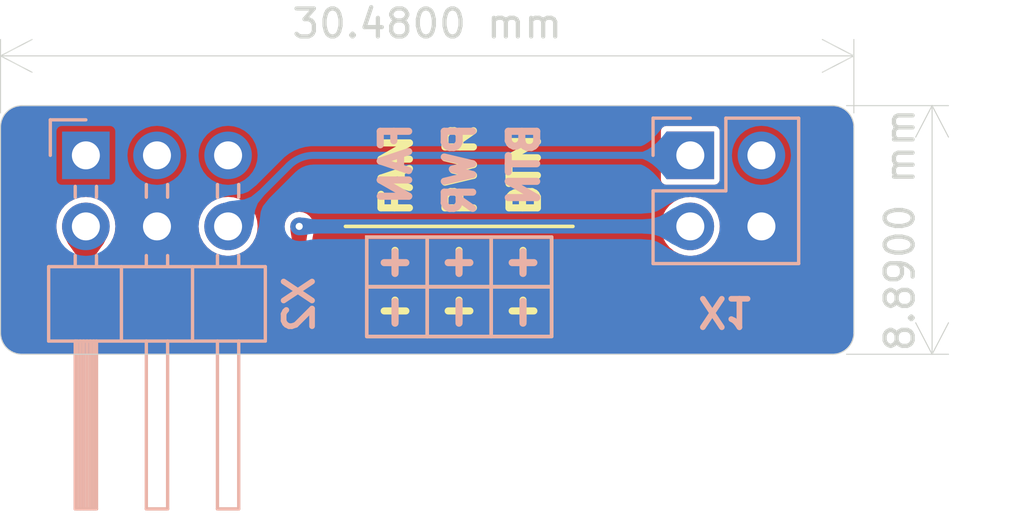
<source format=kicad_pcb>
(kicad_pcb (version 20221018) (generator pcbnew)
  (layers (0 "F.Cu" signal "Front") (31 "B.Cu" signal "Back") (34 "B.Paste" user) (35 "F.Paste" user) (36 "B.SilkS" user "B.Silkscreen") (37 "F.SilkS" user "F.Silkscreen") (38 "B.Mask" user) (39 "F.Mask" user) (44 "Edge.Cuts" user))
  (net 0 "")
  (net 1 "GND")
  (net 2 "FAN")
  (net 3 "+12V")
  (net 4 "BTN")
  (footprint "Connector_PinSocket_2.54mm:PinSocket_2x02_P2.54mm_Vertical" (layer "B.Cu") (at 99.06 88.9 180)
    (fp_text reference "X1" (at -1.27 -5.588 180 unlocked) (layer "B.SilkS") (effects (font (size 1.016 1.016) (thickness 0.2032)) (justify mirror)))
    (fp_text value "Conn_02x02_Odd_Even")
    (fp_line (start -3.87 -3.87) (end 1.33 -3.87) (stroke (width 0.12)) (layer "B.SilkS"))
    (fp_line (start -3.87 1.33) (end -3.87 -3.87) (stroke (width 0.12)) (layer "B.SilkS"))
    (fp_line (start -3.87 1.33) (end -1.27 1.33) (stroke (width 0.12)) (layer "B.SilkS"))
    (fp_line (start -1.27 -1.27) (end 1.33 -1.27) (stroke (width 0.12)) (layer "B.SilkS"))
    (fp_line (start -1.27 1.33) (end -1.27 -1.27) (stroke (width 0.12)) (layer "B.SilkS"))
    (fp_line (start 0 1.33) (end 1.33 1.33) (stroke (width 0.12)) (layer "B.SilkS"))
    (fp_line (start 1.33 -1.27) (end 1.33 -3.87) (stroke (width 0.12)) (layer "B.SilkS"))
    (fp_line (start 1.33 1.33) (end 1.33 0) (stroke (width 0.12)) (layer "B.SilkS"))
    (pad "1" thru_hole rect (at 0 0 180) (size 1.7 1.7) (drill 1) (layers "*.Cu" "*.Mask") (net 4 "BTN"))
    (pad "2" thru_hole oval (at -2.54 0 180) (size 1.7 1.7) (drill 1) (layers "*.Cu" "*.Mask") (net 3 "+12V"))
    (pad "3" thru_hole oval (at 0 -2.54 180) (size 1.7 1.7) (drill 1) (layers "*.Cu" "*.Mask") (net 2 "FAN"))
    (pad "4" thru_hole oval (at -2.54 -2.54 180) (size 1.7 1.7) (drill 1) (layers "*.Cu" "*.Mask") (net 1 "GND"))
  )
  (footprint "Connector_PinHeader_2.54mm:PinHeader_2x03_P2.54mm_Horizontal" (layer "B.Cu") (at 77.47 88.9 -90)
    (fp_text reference "X2" (at 5.334 -7.62 90) (layer "B.SilkS") (effects (font (size 1.016 1.016) (thickness 0.2032) bold) (justify mirror)))
    (fp_text value "Conn_02x03_Odd_Even")
    (fp_line (start -1.27 0) (end -1.27 1.27) (stroke (width 0.12)) (layer "B.SilkS"))
    (fp_line (start -1.27 1.27) (end 0 1.27) (stroke (width 0.12)) (layer "B.SilkS"))
    (fp_line (start 1.042929 -5.46) (end 1.497071 -5.46) (stroke (width 0.12)) (layer "B.SilkS"))
    (fp_line (start 1.042929 -4.7) (end 1.497071 -4.7) (stroke (width 0.12)) (layer "B.SilkS"))
    (fp_line (start 1.042929 -2.92) (end 1.497071 -2.92) (stroke (width 0.12)) (layer "B.SilkS"))
    (fp_line (start 1.042929 -2.16) (end 1.497071 -2.16) (stroke (width 0.12)) (layer "B.SilkS"))
    (fp_line (start 1.11 -0.38) (end 1.497071 -0.38) (stroke (width 0.12)) (layer "B.SilkS"))
    (fp_line (start 1.11 0.38) (end 1.497071 0.38) (stroke (width 0.12)) (layer "B.SilkS"))
    (fp_line (start 3.582929 -5.46) (end 3.98 -5.46) (stroke (width 0.12)) (layer "B.SilkS"))
    (fp_line (start 3.582929 -4.7) (end 3.98 -4.7) (stroke (width 0.12)) (layer "B.SilkS"))
    (fp_line (start 3.582929 -2.92) (end 3.98 -2.92) (stroke (width 0.12)) (layer "B.SilkS"))
    (fp_line (start 3.582929 -2.16) (end 3.98 -2.16) (stroke (width 0.12)) (layer "B.SilkS"))
    (fp_line (start 3.582929 -0.38) (end 3.98 -0.38) (stroke (width 0.12)) (layer "B.SilkS"))
    (fp_line (start 3.582929 0.38) (end 3.98 0.38) (stroke (width 0.12)) (layer "B.SilkS"))
    (fp_line (start 3.98 -6.41) (end 6.64 -6.41) (stroke (width 0.12)) (layer "B.SilkS"))
    (fp_line (start 3.98 -3.81) (end 6.64 -3.81) (stroke (width 0.12)) (layer "B.SilkS"))
    (fp_line (start 3.98 -1.27) (end 6.64 -1.27) (stroke (width 0.12)) (layer "B.SilkS"))
    (fp_line (start 3.98 1.33) (end 3.98 -6.41) (stroke (width 0.12)) (layer "B.SilkS"))
    (fp_line (start 6.64 -6.41) (end 6.64 1.33) (stroke (width 0.12)) (layer "B.SilkS"))
    (fp_line (start 6.64 -4.7) (end 12.64 -4.7) (stroke (width 0.12)) (layer "B.SilkS"))
    (fp_line (start 6.64 -2.16) (end 12.64 -2.16) (stroke (width 0.12)) (layer "B.SilkS"))
    (fp_line (start 6.64 -0.28) (end 12.64 -0.28) (stroke (width 0.12)) (layer "B.SilkS"))
    (fp_line (start 6.64 -0.16) (end 12.64 -0.16) (stroke (width 0.12)) (layer "B.SilkS"))
    (fp_line (start 6.64 -0.04) (end 12.64 -0.04) (stroke (width 0.12)) (layer "B.SilkS"))
    (fp_line (start 6.64 0.08) (end 12.64 0.08) (stroke (width 0.12)) (layer "B.SilkS"))
    (fp_line (start 6.64 0.2) (end 12.64 0.2) (stroke (width 0.12)) (layer "B.SilkS"))
    (fp_line (start 6.64 0.32) (end 12.64 0.32) (stroke (width 0.12)) (layer "B.SilkS"))
    (fp_line (start 6.64 0.38) (end 12.64 0.38) (stroke (width 0.12)) (layer "B.SilkS"))
    (fp_line (start 6.64 1.33) (end 3.98 1.33) (stroke (width 0.12)) (layer "B.SilkS"))
    (fp_line (start 12.64 -5.46) (end 6.64 -5.46) (stroke (width 0.12)) (layer "B.SilkS"))
    (fp_line (start 12.64 -4.7) (end 12.64 -5.46) (stroke (width 0.12)) (layer "B.SilkS"))
    (fp_line (start 12.64 -2.92) (end 6.64 -2.92) (stroke (width 0.12)) (layer "B.SilkS"))
    (fp_line (start 12.64 -2.16) (end 12.64 -2.92) (stroke (width 0.12)) (layer "B.SilkS"))
    (fp_line (start 12.64 -0.38) (end 6.64 -0.38) (stroke (width 0.12)) (layer "B.SilkS"))
    (fp_line (start 12.64 0.38) (end 12.64 -0.38) (stroke (width 0.12)) (layer "B.SilkS"))
    (pad "1" thru_hole rect (at 0 0 270) (size 1.7 1.7) (drill 1) (layers "*.Cu" "*.Mask") (net 3 "+12V"))
    (pad "2" thru_hole oval (at 2.54 0 270) (size 1.7 1.7) (drill 1) (layers "*.Cu" "*.Mask") (net 2 "FAN"))
    (pad "3" thru_hole oval (at 0 -2.54 270) (size 1.7 1.7) (drill 1) (layers "*.Cu" "*.Mask") (net 3 "+12V"))
    (pad "4" thru_hole oval (at 2.54 -2.54 270) (size 1.7 1.7) (drill 1) (layers "*.Cu" "*.Mask") (net 1 "GND"))
    (pad "5" thru_hole oval (at 0 -5.08 270) (size 1.7 1.7) (drill 1) (layers "*.Cu" "*.Mask") (net 3 "+12V"))
    (pad "6" thru_hole oval (at 2.54 -5.08 270) (size 1.7 1.7) (drill 1) (layers "*.Cu" "*.Mask") (net 4 "BTN"))
  )
  (gr_line (start 89.662 91.821) (end 89.662 95.377) (stroke (width 0.127)) (layer "B.SilkS"))
  (gr_rect (start 87.503 91.821) (end 94.107 95.377) (stroke (width 0.127)) (fill none) (layer "B.SilkS"))
  (gr_line (start 94.107 93.599) (end 87.503 93.599) (stroke (width 0.127)) (layer "B.SilkS"))
  (gr_line (start 91.948 91.821) (end 91.948 95.377) (stroke (width 0.127)) (layer "B.SilkS"))
  (gr_rect (start 87.503 91.821) (end 94.107 95.377) (stroke (width 0.127)) (fill none) (layer "F.SilkS"))
  (gr_line (start 91.948 91.821) (end 91.948 95.377) (stroke (width 0.127)) (layer "F.SilkS"))
  (gr_line (start 89.662 91.821) (end 89.662 95.377) (stroke (width 0.127)) (layer "F.SilkS"))
  (gr_line (start 87.503 93.599) (end 94.107 93.599) (stroke (width 0.127)) (layer "F.SilkS"))
  (gr_line (start 86.741 91.44) (end 94.869 91.44) (stroke (width 0.127)) (layer "F.SilkS"))
  (gr_arc (start 104.14 87.122) (mid 104.678815 87.345185) (end 104.902 87.884) (stroke (width 0.0381)) (layer "Edge.Cuts"))
  (gr_arc (start 74.422 87.884) (mid 74.645185 87.345185) (end 75.184 87.122) (stroke (width 0.0381)) (layer "Edge.Cuts"))
  (gr_line (start 104.902 87.884) (end 104.902 95.25) (stroke (width 0.0381)) (layer "Edge.Cuts"))
  (gr_arc (start 104.902 95.25) (mid 104.678815 95.788815) (end 104.14 96.012) (stroke (width 0.0381)) (layer "Edge.Cuts"))
  (gr_arc (start 75.184 96.012) (mid 74.645185 95.788815) (end 74.422 95.25) (stroke (width 0.0381)) (layer "Edge.Cuts"))
  (gr_line (start 104.14 96.012) (end 75.184 96.012) (stroke (width 0.0381)) (layer "Edge.Cuts"))
  (gr_line (start 75.184 87.122) (end 104.14 87.122) (stroke (width 0.0381)) (layer "Edge.Cuts"))
  (gr_line (start 74.422 95.25) (end 74.422 87.884) (stroke (width 0.0381)) (layer "Edge.Cuts"))
  (gr_text "+" (at 90.7288 92.7354 90) (layer "B.SilkS") (effects (font (size 1.016 1.016) (thickness 0.254) bold) (justify mirror)))
  (gr_text "BTN\n" (at 93.1164 87.63 90) (layer "B.SilkS") (effects (font (size 1.016 1.016) (thickness 0.254) bold) (justify left mirror)))
  (gr_text "-" (at 90.7288 94.5134 90) (layer "B.SilkS") (effects (font (size 1.016 1.016) (thickness 0.254) bold) (justify mirror)))
  (gr_text "-" (at 88.4428 94.5134 90) (layer "B.SilkS") (effects (font (size 1.016 1.016) (thickness 0.254) bold) (justify mirror)))
  (gr_text "+" (at 93.0148 92.7354 90) (layer "B.SilkS") (effects (font (size 1.016 1.016) (thickness 0.254) bold) (justify mirror)))
  (gr_text "PWR" (at 90.8304 87.63 90) (layer "B.SilkS") (effects (font (size 1.016 1.016) (thickness 0.254) bold) (justify left mirror)))
  (gr_text "-" (at 93.0148 94.5134 90) (layer "B.SilkS") (effects (font (size 1.016 1.016) (thickness 0.254) bold) (justify mirror)))
  (gr_text "FAN\n" (at 88.5444 87.63 90) (layer "B.SilkS") (effects (font (size 1.016 1.016) (thickness 0.254) bold) (justify left mirror)))
  (gr_text "+" (at 88.4428 92.7354 90) (layer "B.SilkS") (effects (font (size 1.016 1.016) (thickness 0.254) bold) (justify mirror)))
  (gr_text "-" (at 93.0148 92.6846 90) (layer "F.SilkS") (effects (font (size 1.016 1.016) (thickness 0.254) bold)))
  (gr_text "+" (at 93.0148 94.4626 90) (layer "F.SilkS") (effects (font (size 1.016 1.016) (thickness 0.254) bold)))
  (gr_text "-" (at 88.4428 92.6846 90) (layer "F.SilkS") (effects (font (size 1.016 1.016) (thickness 0.254) bold)))
  (gr_text "FAN\n" (at 88.5698 91.186 90) (layer "F.SilkS") (effects (font (size 1.016 1.016) (thickness 0.254) bold) (justify left)))
  (gr_text "+" (at 90.7288 94.4626 90) (layer "F.SilkS") (effects (font (size 1.016 1.016) (thickness 0.254) bold)))
  (gr_text "-" (at 90.7288 92.6846 90) (layer "F.SilkS") (effects (font (size 1.016 1.016) (thickness 0.254) bold)))
  (gr_text "+" (at 88.4428 94.4626 90) (layer "F.SilkS") (effects (font (size 1.016 1.016) (thickness 0.254) bold)))
  (gr_text "PWR" (at 90.8558 91.186 90) (layer "F.SilkS") (effects (font (size 1.016 1.016) (thickness 0.254) bold) (justify left)))
  (gr_text "BTN\n" (at 93.1418 91.186 90) (layer "F.SilkS") (effects (font (size 1.016 1.016) (thickness 0.254) bold) (justify left)))
  (dimension (type aligned) (layer "Edge.Cuts") (pts (xy 104.14 87.122) (xy 104.14 96.012)) (height -3.556) (gr_text "350,0000 mils" (at 106.546 91.567 90) (layer "Edge.Cuts") (effects (font (size 1 1) (thickness 0.15)))) (format (prefix "") (suffix "") (units 3) (units_format 1) (precision 4)) (style (thickness 0.0381) (arrow_length 1.27) (text_position_mode 0) (extension_height 0.58642) (extension_offset 0.5) keep_text_aligned))
  (dimension (type aligned) (layer "Edge.Cuts") (pts (xy 74.422 87.884) (xy 104.902 87.884)) (height -2.54) (gr_text "1200,0000 mils" (at 89.662 84.194) (layer "Edge.Cuts") (effects (font (size 1 1) (thickness 0.15)))) (format (prefix "") (suffix "") (units 3) (units_format 1) (precision 4)) (style (thickness 0.0381) (arrow_length 1.27) (text_position_mode 0) (extension_height 0.58642) (extension_offset 0.5) keep_text_aligned))
  (segment (start 85.09 92.71) (end 85.09 91.44) (width 0.508) (layer "F.Cu") (net 2))
  (segment (start 84.709 93.345) (end 85.09 92.964) (width 0.508) (layer "F.Cu") (net 2))
  (segment (start 77.851 93.345) (end 84.455 93.345) (width 0.508) (layer "F.Cu") (net 2))
  (segment (start 77.47 92.964) (end 77.851 93.345) (width 0.508) (layer "F.Cu") (net 2))
  (segment (start 77.47 91.44) (end 77.47 92.964) (width 0.508) (layer "F.Cu") (net 2))
  (via (at 85.09 91.44) (size 0.635) (drill 0.254) (layers "F.Cu" "B.Cu") (net 2))
  (segment (start 85.09 91.44) (end 99.06 91.44) (width 0.508) (layer "B.Cu") (net 2))
  (segment (start 99.06 88.9) (end 85.616051 88.9) (width 0.254) (layer "B.Cu") (net 4))
  (segment (start 84.718025 89.271975) (end 82.55 91.44) (width 0.254) (layer "B.Cu") (net 4))
  (arc (start 84.718025 89.271975) (mid 85.130043 88.996673) (end 85.616051 88.9) (width 0.254) (layer "B.Cu") (net 4))
  (zone (net 3) (net_name "+12V") (layer "F.Cu") (name "GND") (connect_pads yes (clearance 0.2)) (min_thickness 0.2) (fill yes (thermal_gap 0.22) (thermal_bridge_width 0.4))
    (polygon (pts (xy 104.902 96.012) (xy 74.422 96.012) (xy 74.422 87.122) (xy 104.902 87.122)))
  )
  (zone (net 1) (net_name "GND") (layer "B.Cu") (name "GND") (connect_pads yes (clearance 0.2)) (min_thickness 0.2) (fill yes (thermal_gap 0.22) (thermal_bridge_width 0.4))
    (polygon (pts (xy 104.902 96.012) (xy 74.422 96.012) (xy 74.422 87.122) (xy 104.902 87.122)))
  )
)
</source>
